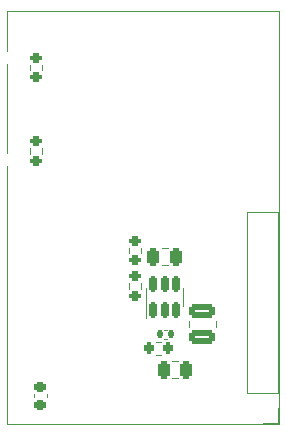
<source format=gbr>
%TF.GenerationSoftware,KiCad,Pcbnew,8.0.7*%
%TF.CreationDate,2024-12-28T12:59:27+01:00*%
%TF.ProjectId,scd30_esp,73636433-305f-4657-9370-2e6b69636164,rev?*%
%TF.SameCoordinates,Original*%
%TF.FileFunction,Legend,Top*%
%TF.FilePolarity,Positive*%
%FSLAX46Y46*%
G04 Gerber Fmt 4.6, Leading zero omitted, Abs format (unit mm)*
G04 Created by KiCad (PCBNEW 8.0.7) date 2024-12-28 12:59:27*
%MOMM*%
%LPD*%
G01*
G04 APERTURE LIST*
G04 Aperture macros list*
%AMRoundRect*
0 Rectangle with rounded corners*
0 $1 Rounding radius*
0 $2 $3 $4 $5 $6 $7 $8 $9 X,Y pos of 4 corners*
0 Add a 4 corners polygon primitive as box body*
4,1,4,$2,$3,$4,$5,$6,$7,$8,$9,$2,$3,0*
0 Add four circle primitives for the rounded corners*
1,1,$1+$1,$2,$3*
1,1,$1+$1,$4,$5*
1,1,$1+$1,$6,$7*
1,1,$1+$1,$8,$9*
0 Add four rect primitives between the rounded corners*
20,1,$1+$1,$2,$3,$4,$5,0*
20,1,$1+$1,$4,$5,$6,$7,0*
20,1,$1+$1,$6,$7,$8,$9,0*
20,1,$1+$1,$8,$9,$2,$3,0*%
G04 Aperture macros list end*
%ADD10C,0.100000*%
%ADD11C,0.120000*%
%ADD12C,0.010000*%
%ADD13RoundRect,0.150000X0.150000X-0.512500X0.150000X0.512500X-0.150000X0.512500X-0.150000X-0.512500X0*%
%ADD14RoundRect,0.200000X-0.275000X0.200000X-0.275000X-0.200000X0.275000X-0.200000X0.275000X0.200000X0*%
%ADD15RoundRect,0.200000X0.275000X-0.200000X0.275000X0.200000X-0.275000X0.200000X-0.275000X-0.200000X0*%
%ADD16RoundRect,0.200000X0.200000X0.275000X-0.200000X0.275000X-0.200000X-0.275000X0.200000X-0.275000X0*%
%ADD17RoundRect,0.250000X-0.850000X0.375000X-0.850000X-0.375000X0.850000X-0.375000X0.850000X0.375000X0*%
%ADD18O,1.600000X1.000000*%
%ADD19O,2.100000X1.000000*%
%ADD20C,0.650000*%
%ADD21RoundRect,0.225000X-0.250000X0.225000X-0.250000X-0.225000X0.250000X-0.225000X0.250000X0.225000X0*%
%ADD22RoundRect,0.250000X0.250000X0.475000X-0.250000X0.475000X-0.250000X-0.475000X0.250000X-0.475000X0*%
%ADD23RoundRect,0.140000X0.140000X0.170000X-0.140000X0.170000X-0.140000X-0.170000X0.140000X-0.170000X0*%
%ADD24O,1.700000X1.700000*%
%ADD25R,1.700000X1.700000*%
%ADD26C,3.200000*%
G04 APERTURE END LIST*
D10*
X58400000Y-36400000D02*
X81400000Y-36400000D01*
X81400000Y-71400000D01*
X58400000Y-71400000D01*
X58400000Y-36400000D01*
D11*
%TO.C,U1*%
X70150000Y-60640000D02*
X70150000Y-62440000D01*
X73270000Y-60640000D02*
X73270000Y-59840000D01*
X70150000Y-60640000D02*
X70150000Y-59840000D01*
X73270000Y-60640000D02*
X73270000Y-61440000D01*
%TO.C,R5*%
X60277500Y-48062742D02*
X60277500Y-48537258D01*
X61322500Y-48062742D02*
X61322500Y-48537258D01*
%TO.C,R4*%
X61322500Y-41437258D02*
X61322500Y-40962742D01*
X60277500Y-41437258D02*
X60277500Y-40962742D01*
%TO.C,R3*%
X68677500Y-56937258D02*
X68677500Y-56462742D01*
X69722500Y-56937258D02*
X69722500Y-56462742D01*
%TO.C,R2*%
X68677500Y-59937258D02*
X68677500Y-59462742D01*
X69722500Y-59937258D02*
X69722500Y-59462742D01*
%TO.C,R1*%
X71437258Y-65522500D02*
X70962742Y-65522500D01*
X71437258Y-64477500D02*
X70962742Y-64477500D01*
%TO.C,L1*%
X73800000Y-62678748D02*
X73800000Y-63201252D01*
X76020000Y-62678748D02*
X76020000Y-63201252D01*
%TO.C,C5*%
X60690000Y-68859420D02*
X60690000Y-69140580D01*
X61710000Y-68859420D02*
X61710000Y-69140580D01*
%TO.C,C3*%
X71971252Y-57975000D02*
X71448748Y-57975000D01*
X71971252Y-56505000D02*
X71448748Y-56505000D01*
%TO.C,C2*%
X72871252Y-66065000D02*
X72348748Y-66065000D01*
X72871252Y-67535000D02*
X72348748Y-67535000D01*
%TO.C,C1*%
X71907836Y-63440000D02*
X71692164Y-63440000D01*
X71907836Y-64160000D02*
X71692164Y-64160000D01*
%TO.C,J1*%
X78670000Y-68730000D02*
X78670000Y-53430000D01*
X81330000Y-70000000D02*
X81330000Y-71330000D01*
X81330000Y-53430000D02*
X78670000Y-53430000D01*
X81330000Y-71330000D02*
X80000000Y-71330000D01*
X81330000Y-68730000D02*
X81330000Y-53430000D01*
X81330000Y-68730000D02*
X78670000Y-68730000D01*
%TD*%
%LPC*%
D12*
%TO.C,G\u002A\u002A\u002A*%
X76055146Y-44638184D02*
X76130459Y-44734808D01*
X76138504Y-44760769D01*
X76135474Y-44890367D01*
X76069780Y-44977620D01*
X75966592Y-45008764D01*
X75851076Y-44970034D01*
X75813480Y-44938520D01*
X75747517Y-44834476D01*
X75770749Y-44733922D01*
X75829963Y-44667722D01*
X75945213Y-44612877D01*
X76055146Y-44638184D01*
G36*
X76055146Y-44638184D02*
G01*
X76130459Y-44734808D01*
X76138504Y-44760769D01*
X76135474Y-44890367D01*
X76069780Y-44977620D01*
X75966592Y-45008764D01*
X75851076Y-44970034D01*
X75813480Y-44938520D01*
X75747517Y-44834476D01*
X75770749Y-44733922D01*
X75829963Y-44667722D01*
X75945213Y-44612877D01*
X76055146Y-44638184D01*
G37*
X75437730Y-44631303D02*
X75520345Y-44712655D01*
X75556182Y-44799414D01*
X75521099Y-44877681D01*
X75441403Y-44959657D01*
X75355425Y-45008412D01*
X75336480Y-45011091D01*
X75265722Y-44981297D01*
X75213117Y-44938520D01*
X75154233Y-44853484D01*
X75140545Y-44803273D01*
X75177296Y-44712276D01*
X75260912Y-44629707D01*
X75348364Y-44595455D01*
X75437730Y-44631303D01*
G36*
X75437730Y-44631303D02*
G01*
X75520345Y-44712655D01*
X75556182Y-44799414D01*
X75521099Y-44877681D01*
X75441403Y-44959657D01*
X75355425Y-45008412D01*
X75336480Y-45011091D01*
X75265722Y-44981297D01*
X75213117Y-44938520D01*
X75154233Y-44853484D01*
X75140545Y-44803273D01*
X75177296Y-44712276D01*
X75260912Y-44629707D01*
X75348364Y-44595455D01*
X75437730Y-44631303D01*
G37*
X79593011Y-43241496D02*
X79653914Y-43255591D01*
X80123743Y-43401845D01*
X80519765Y-43597000D01*
X80839849Y-43839588D01*
X81081868Y-44128144D01*
X81182000Y-44308188D01*
X81234476Y-44427484D01*
X81269611Y-44535099D01*
X81290798Y-44654241D01*
X81301430Y-44808117D01*
X81304901Y-45019935D01*
X81305018Y-45149636D01*
X81295546Y-45499798D01*
X81261889Y-45785411D01*
X81194574Y-46025319D01*
X81084124Y-46238362D01*
X80921066Y-46443382D01*
X80695924Y-46659220D01*
X80437971Y-46873827D01*
X80193218Y-47108631D01*
X80035888Y-47353870D01*
X79961082Y-47617257D01*
X79959986Y-47626155D01*
X79950359Y-47779249D01*
X79970189Y-47870909D01*
X80007480Y-47916191D01*
X80074725Y-47993515D01*
X80054479Y-48041244D01*
X79946751Y-48059362D01*
X79931909Y-48059542D01*
X79805602Y-48079554D01*
X79642100Y-48130471D01*
X79534778Y-48174997D01*
X79401112Y-48236347D01*
X79306616Y-48278069D01*
X79275637Y-48290000D01*
X79274266Y-48250950D01*
X79286973Y-48167394D01*
X79310411Y-48044787D01*
X79049660Y-48075433D01*
X78884696Y-48084265D01*
X78801513Y-48065498D01*
X78795554Y-48024356D01*
X78862266Y-47966061D01*
X78997093Y-47895838D01*
X79195480Y-47818911D01*
X79304206Y-47783520D01*
X79461798Y-47726131D01*
X79581726Y-47666229D01*
X79638291Y-47616678D01*
X79638475Y-47616213D01*
X79654892Y-47528932D01*
X79664914Y-47389865D01*
X79666364Y-47312852D01*
X79656445Y-47156649D01*
X79615838Y-47048210D01*
X79528263Y-46944068D01*
X79528260Y-46944065D01*
X79383608Y-46841849D01*
X79249010Y-46825401D01*
X79131656Y-46888172D01*
X79038734Y-47023611D01*
X78977434Y-47225167D01*
X78955102Y-47466332D01*
X78951441Y-47735818D01*
X78796340Y-47735818D01*
X78655226Y-47763617D01*
X78526828Y-47858903D01*
X78507256Y-47879248D01*
X78373273Y-48022677D01*
X78373273Y-47876136D01*
X78365574Y-47777350D01*
X78329400Y-47748784D01*
X78269364Y-47761105D01*
X78157568Y-47816166D01*
X78061545Y-47887722D01*
X77989378Y-47947855D01*
X77961597Y-47945019D01*
X77957636Y-47902469D01*
X78000580Y-47727077D01*
X78126097Y-47586011D01*
X78329219Y-47484149D01*
X78407148Y-47461299D01*
X78503262Y-47434124D01*
X78567748Y-47398918D01*
X78610570Y-47337265D01*
X78641692Y-47230752D01*
X78671079Y-47060963D01*
X78689208Y-46940033D01*
X78707957Y-46787162D01*
X78704758Y-46702143D01*
X78676911Y-46662491D01*
X78654784Y-46653206D01*
X78588141Y-46638502D01*
X78445742Y-46610539D01*
X78242776Y-46572182D01*
X77994432Y-46526296D01*
X77715900Y-46475747D01*
X77678229Y-46468976D01*
X77158651Y-46369709D01*
X76723179Y-46272470D01*
X76363699Y-46174140D01*
X76072097Y-46071599D01*
X75840259Y-45961731D01*
X75660070Y-45841417D01*
X75523418Y-45707537D01*
X75456118Y-45614965D01*
X75381167Y-45481654D01*
X75333826Y-45368365D01*
X75325273Y-45325322D01*
X75297463Y-45262213D01*
X75202013Y-45242090D01*
X75191511Y-45242000D01*
X75042904Y-45199485D01*
X74911997Y-45086604D01*
X74816002Y-44925353D01*
X74787479Y-44803375D01*
X74837225Y-44803375D01*
X74898216Y-44965547D01*
X75004348Y-45091435D01*
X75139359Y-45169120D01*
X75286986Y-45186681D01*
X75430968Y-45132198D01*
X75482186Y-45089285D01*
X75566546Y-44994044D01*
X75618632Y-44916103D01*
X75648683Y-44872547D01*
X75678459Y-44916103D01*
X75775426Y-45052420D01*
X75912760Y-45154253D01*
X76055275Y-45195774D01*
X76059507Y-45195818D01*
X76226215Y-45156865D01*
X76352713Y-45053860D01*
X76435319Y-44907587D01*
X76470350Y-44738829D01*
X76454120Y-44568371D01*
X76382948Y-44416994D01*
X76253148Y-44305483D01*
X76220071Y-44289895D01*
X76044843Y-44254103D01*
X75887179Y-44304954D01*
X75740707Y-44441915D01*
X75663154Y-44519664D01*
X75618901Y-44522102D01*
X75615545Y-44515254D01*
X75520198Y-44369827D01*
X75371987Y-44267867D01*
X75299042Y-44245138D01*
X75148508Y-44258976D01*
X75004124Y-44343086D01*
X74890899Y-44477321D01*
X74837637Y-44616840D01*
X74837225Y-44803375D01*
X74787479Y-44803375D01*
X74772128Y-44737729D01*
X74771091Y-44704684D01*
X74782918Y-44556818D01*
X74831759Y-44446687D01*
X74928109Y-44336836D01*
X75059185Y-44228466D01*
X75184441Y-44183887D01*
X75248656Y-44179818D01*
X75366061Y-44192733D01*
X75438756Y-44224367D01*
X75443068Y-44229787D01*
X75494860Y-44237523D01*
X75587306Y-44171514D01*
X75595884Y-44163452D01*
X75705600Y-44073816D01*
X75827081Y-44012351D01*
X75980088Y-43974250D01*
X76184383Y-43954709D01*
X76459728Y-43948924D01*
X76478249Y-43948909D01*
X76978666Y-43948909D01*
X77248788Y-43746889D01*
X77686564Y-43467081D01*
X78133490Y-43277942D01*
X78595951Y-43178168D01*
X79080329Y-43166453D01*
X79593011Y-43241496D01*
G36*
X79593011Y-43241496D02*
G01*
X79653914Y-43255591D01*
X80123743Y-43401845D01*
X80519765Y-43597000D01*
X80839849Y-43839588D01*
X81081868Y-44128144D01*
X81182000Y-44308188D01*
X81234476Y-44427484D01*
X81269611Y-44535099D01*
X81290798Y-44654241D01*
X81301430Y-44808117D01*
X81304901Y-45019935D01*
X81305018Y-45149636D01*
X81295546Y-45499798D01*
X81261889Y-45785411D01*
X81194574Y-46025319D01*
X81084124Y-46238362D01*
X80921066Y-46443382D01*
X80695924Y-46659220D01*
X80437971Y-46873827D01*
X80193218Y-47108631D01*
X80035888Y-47353870D01*
X79961082Y-47617257D01*
X79959986Y-47626155D01*
X79950359Y-47779249D01*
X79970189Y-47870909D01*
X80007480Y-47916191D01*
X80074725Y-47993515D01*
X80054479Y-48041244D01*
X79946751Y-48059362D01*
X79931909Y-48059542D01*
X79805602Y-48079554D01*
X79642100Y-48130471D01*
X79534778Y-48174997D01*
X79401112Y-48236347D01*
X79306616Y-48278069D01*
X79275637Y-48290000D01*
X79274266Y-48250950D01*
X79286973Y-48167394D01*
X79310411Y-48044787D01*
X79049660Y-48075433D01*
X78884696Y-48084265D01*
X78801513Y-48065498D01*
X78795554Y-48024356D01*
X78862266Y-47966061D01*
X78997093Y-47895838D01*
X79195480Y-47818911D01*
X79304206Y-47783520D01*
X79461798Y-47726131D01*
X79581726Y-47666229D01*
X79638291Y-47616678D01*
X79638475Y-47616213D01*
X79654892Y-47528932D01*
X79664914Y-47389865D01*
X79666364Y-47312852D01*
X79656445Y-47156649D01*
X79615838Y-47048210D01*
X79528263Y-46944068D01*
X79528260Y-46944065D01*
X79383608Y-46841849D01*
X79249010Y-46825401D01*
X79131656Y-46888172D01*
X79038734Y-47023611D01*
X78977434Y-47225167D01*
X78955102Y-47466332D01*
X78951441Y-47735818D01*
X78796340Y-47735818D01*
X78655226Y-47763617D01*
X78526828Y-47858903D01*
X78507256Y-47879248D01*
X78373273Y-48022677D01*
X78373273Y-47876136D01*
X78365574Y-47777350D01*
X78329400Y-47748784D01*
X78269364Y-47761105D01*
X78157568Y-47816166D01*
X78061545Y-47887722D01*
X77989378Y-47947855D01*
X77961597Y-47945019D01*
X77957636Y-47902469D01*
X78000580Y-47727077D01*
X78126097Y-47586011D01*
X78329219Y-47484149D01*
X78407148Y-47461299D01*
X78503262Y-47434124D01*
X78567748Y-47398918D01*
X78610570Y-47337265D01*
X78641692Y-47230752D01*
X78671079Y-47060963D01*
X78689208Y-46940033D01*
X78707957Y-46787162D01*
X78704758Y-46702143D01*
X78676911Y-46662491D01*
X78654784Y-46653206D01*
X78588141Y-46638502D01*
X78445742Y-46610539D01*
X78242776Y-46572182D01*
X77994432Y-46526296D01*
X77715900Y-46475747D01*
X77678229Y-46468976D01*
X77158651Y-46369709D01*
X76723179Y-46272470D01*
X76363699Y-46174140D01*
X76072097Y-46071599D01*
X75840259Y-45961731D01*
X75660070Y-45841417D01*
X75523418Y-45707537D01*
X75456118Y-45614965D01*
X75381167Y-45481654D01*
X75333826Y-45368365D01*
X75325273Y-45325322D01*
X75297463Y-45262213D01*
X75202013Y-45242090D01*
X75191511Y-45242000D01*
X75042904Y-45199485D01*
X74911997Y-45086604D01*
X74816002Y-44925353D01*
X74787479Y-44803375D01*
X74837225Y-44803375D01*
X74898216Y-44965547D01*
X75004348Y-45091435D01*
X75139359Y-45169120D01*
X75286986Y-45186681D01*
X75430968Y-45132198D01*
X75482186Y-45089285D01*
X75566546Y-44994044D01*
X75618632Y-44916103D01*
X75648683Y-44872547D01*
X75678459Y-44916103D01*
X75775426Y-45052420D01*
X75912760Y-45154253D01*
X76055275Y-45195774D01*
X76059507Y-45195818D01*
X76226215Y-45156865D01*
X76352713Y-45053860D01*
X76435319Y-44907587D01*
X76470350Y-44738829D01*
X76454120Y-44568371D01*
X76382948Y-44416994D01*
X76253148Y-44305483D01*
X76220071Y-44289895D01*
X76044843Y-44254103D01*
X75887179Y-44304954D01*
X75740707Y-44441915D01*
X75663154Y-44519664D01*
X75618901Y-44522102D01*
X75615545Y-44515254D01*
X75520198Y-44369827D01*
X75371987Y-44267867D01*
X75299042Y-44245138D01*
X75148508Y-44258976D01*
X75004124Y-44343086D01*
X74890899Y-44477321D01*
X74837637Y-44616840D01*
X74837225Y-44803375D01*
X74787479Y-44803375D01*
X74772128Y-44737729D01*
X74771091Y-44704684D01*
X74782918Y-44556818D01*
X74831759Y-44446687D01*
X74928109Y-44336836D01*
X75059185Y-44228466D01*
X75184441Y-44183887D01*
X75248656Y-44179818D01*
X75366061Y-44192733D01*
X75438756Y-44224367D01*
X75443068Y-44229787D01*
X75494860Y-44237523D01*
X75587306Y-44171514D01*
X75595884Y-44163452D01*
X75705600Y-44073816D01*
X75827081Y-44012351D01*
X75980088Y-43974250D01*
X76184383Y-43954709D01*
X76459728Y-43948924D01*
X76478249Y-43948909D01*
X76978666Y-43948909D01*
X77248788Y-43746889D01*
X77686564Y-43467081D01*
X78133490Y-43277942D01*
X78595951Y-43178168D01*
X79080329Y-43166453D01*
X79593011Y-43241496D01*
G37*
%TD*%
D13*
%TO.C,U1*%
X70760000Y-59502500D03*
X71710000Y-59502500D03*
X72660000Y-59502500D03*
X72660000Y-61777500D03*
X71710000Y-61777500D03*
X70760000Y-61777500D03*
%TD*%
D14*
%TO.C,R5*%
X60800000Y-47475000D03*
X60800000Y-49125000D03*
%TD*%
D15*
%TO.C,R4*%
X60800000Y-42025000D03*
X60800000Y-40375000D03*
%TD*%
%TO.C,R3*%
X69200000Y-55875000D03*
X69200000Y-57525000D03*
%TD*%
%TO.C,R2*%
X69200000Y-58875000D03*
X69200000Y-60525000D03*
%TD*%
D16*
%TO.C,R1*%
X70375000Y-65000000D03*
X72025000Y-65000000D03*
%TD*%
D17*
%TO.C,L1*%
X74910000Y-64015000D03*
X74910000Y-61865000D03*
%TD*%
D18*
%TO.C,J2*%
X58705000Y-40430000D03*
D19*
X62885000Y-40430000D03*
X62885000Y-49070000D03*
D18*
X58705000Y-49070000D03*
D20*
X62355000Y-47640000D03*
X62355000Y-41860000D03*
%TD*%
D21*
%TO.C,C5*%
X61200000Y-68225000D03*
X61200000Y-69775000D03*
%TD*%
D22*
%TO.C,C3*%
X70760000Y-57240000D03*
X72660000Y-57240000D03*
%TD*%
%TO.C,C2*%
X73560000Y-66800000D03*
X71660000Y-66800000D03*
%TD*%
D23*
%TO.C,C1*%
X72280000Y-63800000D03*
X71320000Y-63800000D03*
%TD*%
D24*
%TO.C,J1*%
X80000000Y-54760000D03*
X80000000Y-57300000D03*
X80000000Y-59840000D03*
X80000000Y-62380000D03*
X80000000Y-64920000D03*
X80000000Y-67460000D03*
D25*
X80000000Y-70000000D03*
%TD*%
D26*
%TO.C,REF\u002A\u002A*%
X78400000Y-39600000D03*
%TD*%
%LPD*%
M02*

</source>
